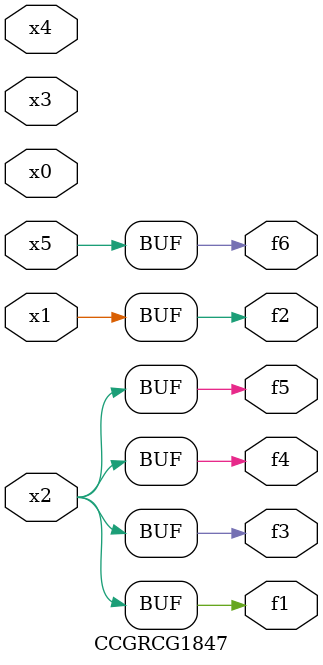
<source format=v>
module CCGRCG1847(
	input x0, x1, x2, x3, x4, x5,
	output f1, f2, f3, f4, f5, f6
);
	assign f1 = x2;
	assign f2 = x1;
	assign f3 = x2;
	assign f4 = x2;
	assign f5 = x2;
	assign f6 = x5;
endmodule

</source>
